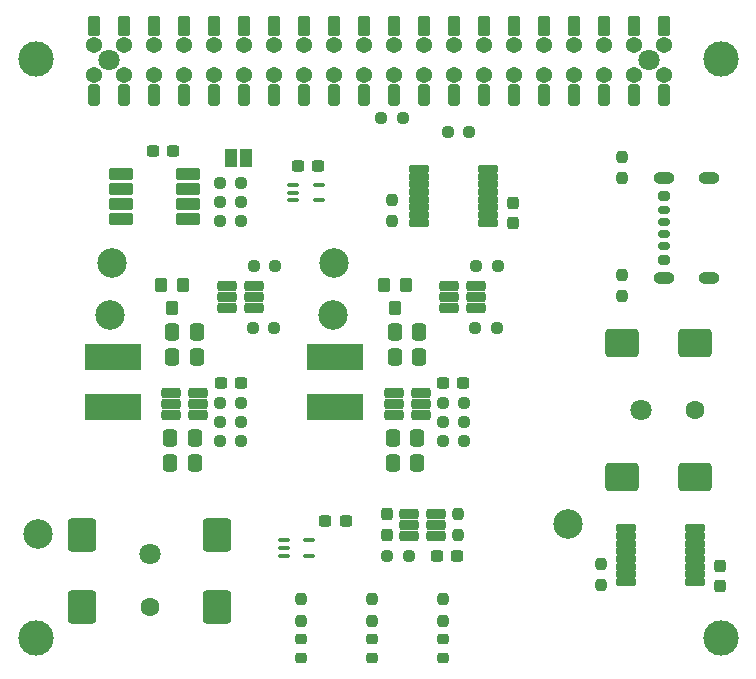
<source format=gts>
G04 #@! TF.GenerationSoftware,KiCad,Pcbnew,8.0.9-8.0.9-0~ubuntu24.04.1*
G04 #@! TF.CreationDate,2025-06-14T07:54:04+02:00*
G04 #@! TF.ProjectId,rpi_power_warden_hat,7270695f-706f-4776-9572-5f7761726465,rev?*
G04 #@! TF.SameCoordinates,Original*
G04 #@! TF.FileFunction,Soldermask,Top*
G04 #@! TF.FilePolarity,Negative*
%FSLAX46Y46*%
G04 Gerber Fmt 4.6, Leading zero omitted, Abs format (unit mm)*
G04 Created by KiCad (PCBNEW 8.0.9-8.0.9-0~ubuntu24.04.1) date 2025-06-14 07:54:04*
%MOMM*%
%LPD*%
G01*
G04 APERTURE LIST*
G04 Aperture macros list*
%AMRoundRect*
0 Rectangle with rounded corners*
0 $1 Rounding radius*
0 $2 $3 $4 $5 $6 $7 $8 $9 X,Y pos of 4 corners*
0 Add a 4 corners polygon primitive as box body*
4,1,4,$2,$3,$4,$5,$6,$7,$8,$9,$2,$3,0*
0 Add four circle primitives for the rounded corners*
1,1,$1+$1,$2,$3*
1,1,$1+$1,$4,$5*
1,1,$1+$1,$6,$7*
1,1,$1+$1,$8,$9*
0 Add four rect primitives between the rounded corners*
20,1,$1+$1,$2,$3,$4,$5,0*
20,1,$1+$1,$4,$5,$6,$7,0*
20,1,$1+$1,$6,$7,$8,$9,0*
20,1,$1+$1,$8,$9,$2,$3,0*%
G04 Aperture macros list end*
%ADD10RoundRect,0.100000X-0.375000X-0.100000X0.375000X-0.100000X0.375000X0.100000X-0.375000X0.100000X0*%
%ADD11RoundRect,0.237500X0.250000X0.237500X-0.250000X0.237500X-0.250000X-0.237500X0.250000X-0.237500X0*%
%ADD12RoundRect,0.237500X-0.250000X-0.237500X0.250000X-0.237500X0.250000X0.237500X-0.250000X0.237500X0*%
%ADD13C,2.500000*%
%ADD14RoundRect,0.250000X-0.337500X-0.475000X0.337500X-0.475000X0.337500X0.475000X-0.337500X0.475000X0*%
%ADD15RoundRect,0.237500X-0.237500X0.250000X-0.237500X-0.250000X0.237500X-0.250000X0.237500X0.250000X0*%
%ADD16RoundRect,0.218750X0.256250X-0.218750X0.256250X0.218750X-0.256250X0.218750X-0.256250X-0.218750X0*%
%ADD17RoundRect,0.237500X0.237500X-0.250000X0.237500X0.250000X-0.237500X0.250000X-0.237500X-0.250000X0*%
%ADD18RoundRect,0.197368X2.202632X-0.927632X2.202632X0.927632X-2.202632X0.927632X-2.202632X-0.927632X0*%
%ADD19RoundRect,0.275000X-0.275000X0.325000X-0.275000X-0.325000X0.275000X-0.325000X0.275000X0.325000X0*%
%ADD20RoundRect,0.225000X-0.587500X-0.225000X0.587500X-0.225000X0.587500X0.225000X-0.587500X0.225000X0*%
%ADD21RoundRect,0.237500X-0.300000X-0.237500X0.300000X-0.237500X0.300000X0.237500X-0.300000X0.237500X0*%
%ADD22RoundRect,0.175000X0.325000X-0.175000X0.325000X0.175000X-0.325000X0.175000X-0.325000X-0.175000X0*%
%ADD23RoundRect,0.200000X0.300000X-0.200000X0.300000X0.200000X-0.300000X0.200000X-0.300000X-0.200000X0*%
%ADD24O,1.800000X1.000000*%
%ADD25C,1.800000*%
%ADD26C,1.600000*%
%ADD27RoundRect,0.300000X1.100000X-0.900000X1.100000X0.900000X-1.100000X0.900000X-1.100000X-0.900000X0*%
%ADD28R,1.000000X1.500000*%
%ADD29C,3.000000*%
%ADD30C,1.370000*%
%ADD31RoundRect,0.150000X0.360000X0.740000X-0.360000X0.740000X-0.360000X-0.740000X0.360000X-0.740000X0*%
%ADD32RoundRect,0.150000X0.360000X0.705000X-0.360000X0.705000X-0.360000X-0.705000X0.360000X-0.705000X0*%
%ADD33RoundRect,0.237500X0.237500X-0.300000X0.237500X0.300000X-0.237500X0.300000X-0.237500X-0.300000X0*%
%ADD34RoundRect,0.225000X0.587500X0.225000X-0.587500X0.225000X-0.587500X-0.225000X0.587500X-0.225000X0*%
%ADD35RoundRect,0.237500X0.300000X0.237500X-0.300000X0.237500X-0.300000X-0.237500X0.300000X-0.237500X0*%
%ADD36RoundRect,0.300000X-0.900000X-1.100000X0.900000X-1.100000X0.900000X1.100000X-0.900000X1.100000X0*%
%ADD37RoundRect,0.118750X-0.906250X-0.356250X0.906250X-0.356250X0.906250X0.356250X-0.906250X0.356250X0*%
%ADD38RoundRect,0.237500X-0.237500X0.300000X-0.237500X-0.300000X0.237500X-0.300000X0.237500X0.300000X0*%
%ADD39RoundRect,0.177500X-0.702500X-0.177500X0.702500X-0.177500X0.702500X0.177500X-0.702500X0.177500X0*%
G04 APERTURE END LIST*
D10*
X152174279Y-84488321D03*
X152174279Y-85138321D03*
X152174279Y-85788321D03*
X154374279Y-85788321D03*
X154374279Y-84488321D03*
X151374279Y-114588321D03*
X151374279Y-115238321D03*
X151374279Y-115888321D03*
X153574279Y-115888321D03*
X153574279Y-114588321D03*
D11*
X166660780Y-104534121D03*
X164835780Y-104534121D03*
D12*
X159661779Y-78838321D03*
X161486779Y-78838321D03*
D13*
X130619079Y-114059121D03*
D14*
X160611059Y-105889200D03*
X162686059Y-105889200D03*
D15*
X152889279Y-119584021D03*
X152889279Y-121409021D03*
D11*
X147804679Y-87572094D03*
X145979679Y-87572094D03*
D16*
X152863879Y-124509821D03*
X152863879Y-122934821D03*
D17*
X178252079Y-118399621D03*
X178252079Y-116574621D03*
D14*
X160611059Y-108048200D03*
X162686059Y-108048200D03*
D12*
X164835780Y-106159721D03*
X166660780Y-106159721D03*
D11*
X150664579Y-91332921D03*
X148839579Y-91332921D03*
D18*
X136901479Y-103289921D03*
X136901479Y-99039921D03*
D19*
X142901479Y-92922521D03*
X141001479Y-92922521D03*
X141951479Y-94922521D03*
D13*
X155538480Y-95460721D03*
D11*
X169436580Y-96589121D03*
X167611580Y-96589121D03*
D20*
X160716759Y-102072400D03*
X160716759Y-103022400D03*
X160716759Y-103972400D03*
X162986759Y-103972400D03*
X162986759Y-103022400D03*
X162986759Y-102072400D03*
D12*
X160133879Y-115922721D03*
X161958879Y-115922721D03*
D11*
X169511180Y-91332921D03*
X167686180Y-91332921D03*
D14*
X141955379Y-99060521D03*
X144030379Y-99060521D03*
D17*
X160574279Y-87550821D03*
X160574279Y-85725821D03*
D20*
X141870158Y-102072400D03*
X141870158Y-103022400D03*
X141870158Y-103972400D03*
X144140158Y-103972400D03*
X144140158Y-103022400D03*
X144140158Y-102072400D03*
X161994400Y-112331121D03*
X161994400Y-113281121D03*
X161994400Y-114231121D03*
X164264400Y-114231121D03*
X164264400Y-113281121D03*
X164264400Y-112331121D03*
D21*
X164885780Y-101282921D03*
X166610780Y-101282921D03*
X146039179Y-101282921D03*
X147764179Y-101282921D03*
D11*
X166660780Y-102908521D03*
X164835780Y-102908521D03*
D21*
X164346900Y-115922721D03*
X166071900Y-115922721D03*
D14*
X141955379Y-96900921D03*
X144030379Y-96900921D03*
D22*
X183624279Y-88638321D03*
X183624279Y-86638321D03*
D23*
X183624279Y-85438321D03*
D22*
X183624279Y-87638321D03*
X183624279Y-89638321D03*
D23*
X183624279Y-90838321D03*
D24*
X183624279Y-92338321D03*
X187424279Y-92338321D03*
X183624279Y-83938321D03*
X187424279Y-83938321D03*
D25*
X181674279Y-103538321D03*
D26*
X186174279Y-103538321D03*
D27*
X180074279Y-109238321D03*
X186174279Y-109238321D03*
X186174279Y-97838321D03*
X180074279Y-97838321D03*
D13*
X155690880Y-91066521D03*
X175424679Y-113160721D03*
D16*
X164863879Y-124509821D03*
X164863879Y-122934821D03*
D18*
X155711759Y-103289921D03*
X155711759Y-99039921D03*
D11*
X167086779Y-80038321D03*
X165261779Y-80038321D03*
D28*
X148224279Y-82238321D03*
X146924279Y-82238321D03*
D17*
X166129400Y-114143621D03*
X166129400Y-112318621D03*
D13*
X136844279Y-91066521D03*
D16*
X158863879Y-124509821D03*
X158863879Y-122934821D03*
D29*
X130395599Y-73817001D03*
X130395599Y-122817001D03*
D25*
X136565599Y-73925001D03*
X182285599Y-73925001D03*
D29*
X188395599Y-73817001D03*
X188395599Y-122817001D03*
D30*
X135295599Y-75195001D03*
D31*
X135295599Y-76835001D03*
D32*
X135295599Y-71015001D03*
D30*
X135295599Y-72655001D03*
X137835599Y-75195001D03*
D31*
X137835599Y-76835001D03*
D32*
X137835599Y-71015001D03*
D30*
X137835599Y-72655001D03*
X140375599Y-75195001D03*
D31*
X140375599Y-76835001D03*
D32*
X140375599Y-71015001D03*
D30*
X140375599Y-72655001D03*
X142915599Y-75195001D03*
D31*
X142915599Y-76835001D03*
D32*
X142915599Y-71015001D03*
D30*
X142915599Y-72655001D03*
X145455599Y-75195001D03*
D31*
X145455599Y-76835001D03*
D32*
X145455599Y-71015001D03*
D30*
X145455599Y-72655001D03*
X147995599Y-75195001D03*
D31*
X147995599Y-76835001D03*
D32*
X147995599Y-71015001D03*
D30*
X147995599Y-72655001D03*
X150535599Y-75195001D03*
D31*
X150535599Y-76835001D03*
D32*
X150535599Y-71015001D03*
D30*
X150535599Y-72655001D03*
X153075599Y-75195001D03*
D31*
X153075599Y-76835001D03*
D32*
X153075599Y-71015001D03*
D30*
X153075599Y-72655001D03*
X155615599Y-75195001D03*
D31*
X155615599Y-76835001D03*
D32*
X155615599Y-71015001D03*
D30*
X155615599Y-72655001D03*
X158155599Y-75195001D03*
D31*
X158155599Y-76835001D03*
D32*
X158155599Y-71015001D03*
D30*
X158155599Y-72655001D03*
X160695599Y-75195001D03*
D31*
X160695599Y-76835001D03*
D32*
X160695599Y-71015001D03*
D30*
X160695599Y-72655001D03*
X163235599Y-75195001D03*
D31*
X163235599Y-76835001D03*
D32*
X163235599Y-71015001D03*
D30*
X163235599Y-72655001D03*
X165775599Y-75195001D03*
D31*
X165775599Y-76835001D03*
D32*
X165775599Y-71015001D03*
D30*
X165775599Y-72655001D03*
X168315599Y-75195001D03*
D31*
X168315599Y-76835001D03*
D32*
X168315599Y-71015001D03*
D30*
X168315599Y-72655001D03*
X170855599Y-75195001D03*
D31*
X170855599Y-76835001D03*
D32*
X170855599Y-71015001D03*
D30*
X170855599Y-72655001D03*
X173395599Y-75195001D03*
D31*
X173395599Y-76835001D03*
D32*
X173395599Y-71015001D03*
D30*
X173395599Y-72655001D03*
X175935599Y-75195001D03*
D31*
X175935599Y-76835001D03*
D32*
X175935599Y-71015001D03*
D30*
X175935599Y-72655001D03*
X178475599Y-75195001D03*
D31*
X178475599Y-76835001D03*
D32*
X178475599Y-71015001D03*
D30*
X178475599Y-72655001D03*
X181015599Y-75195001D03*
D31*
X181015599Y-76835001D03*
D32*
X181015599Y-71015001D03*
D30*
X181015599Y-72655001D03*
X183555599Y-75195001D03*
D31*
X183555599Y-76835001D03*
D32*
X183555599Y-71015001D03*
D30*
X183555599Y-72655001D03*
D33*
X170791080Y-87712221D03*
X170791080Y-85987221D03*
D34*
X148836279Y-94923321D03*
X148836279Y-93973321D03*
X148836279Y-93023321D03*
X146566279Y-93023321D03*
X146566279Y-93973321D03*
X146566279Y-94923321D03*
D15*
X164889279Y-119584021D03*
X164889279Y-121409021D03*
D12*
X145989179Y-106159721D03*
X147814179Y-106159721D03*
D15*
X158889279Y-119584021D03*
X158889279Y-121409021D03*
X180000000Y-82087500D03*
X180000000Y-83912500D03*
D14*
X160801980Y-99060521D03*
X162876980Y-99060521D03*
X160801980Y-96900921D03*
X162876980Y-96900921D03*
D35*
X156636779Y-112938321D03*
X154911779Y-112938321D03*
D25*
X140036779Y-115738321D03*
D26*
X140036779Y-120238321D03*
D36*
X134336779Y-114138321D03*
X134336779Y-120238321D03*
X145736779Y-120238321D03*
X145736779Y-114138321D03*
D11*
X147814179Y-104534121D03*
X145989179Y-104534121D03*
D35*
X142036779Y-81638321D03*
X140311779Y-81638321D03*
D37*
X137648079Y-83556494D03*
X137648079Y-84826494D03*
X137648079Y-86096494D03*
X137648079Y-87366494D03*
X143248079Y-87366494D03*
X143248079Y-86096494D03*
X143248079Y-84826494D03*
X143248079Y-83556494D03*
D11*
X147804679Y-85946094D03*
X145979679Y-85946094D03*
D38*
X160133879Y-112368621D03*
X160133879Y-114093621D03*
D11*
X147814179Y-102908521D03*
X145989179Y-102908521D03*
X150589979Y-96589121D03*
X148764979Y-96589121D03*
D33*
X188303879Y-118449621D03*
X188303879Y-116724621D03*
D14*
X141764458Y-105889200D03*
X143839458Y-105889200D03*
D17*
X180000000Y-93912500D03*
X180000000Y-92087500D03*
D21*
X152608958Y-82924194D03*
X154333958Y-82924194D03*
D39*
X180373279Y-113562121D03*
X180373279Y-114212121D03*
X180373279Y-114862121D03*
X180373279Y-115512121D03*
X180373279Y-116162121D03*
X180373279Y-116812121D03*
X180373279Y-117462121D03*
X180373279Y-118112121D03*
X186173279Y-118112121D03*
X186173279Y-117462121D03*
X186173279Y-116812121D03*
X186173279Y-116162121D03*
X186173279Y-115512121D03*
X186173279Y-114862121D03*
X186173279Y-114212121D03*
X186173279Y-113562121D03*
D34*
X167682880Y-94923321D03*
X167682880Y-93973321D03*
X167682880Y-93023321D03*
X165412880Y-93023321D03*
X165412880Y-93973321D03*
X165412880Y-94923321D03*
D14*
X141764458Y-108048200D03*
X143839458Y-108048200D03*
D13*
X136691879Y-95460721D03*
D39*
X162860480Y-83124721D03*
X162860480Y-83774721D03*
X162860480Y-84424721D03*
X162860480Y-85074721D03*
X162860480Y-85724721D03*
X162860480Y-86374721D03*
X162860480Y-87024721D03*
X162860480Y-87674721D03*
X168660480Y-87674721D03*
X168660480Y-87024721D03*
X168660480Y-86374721D03*
X168660480Y-85724721D03*
X168660480Y-85074721D03*
X168660480Y-84424721D03*
X168660480Y-83774721D03*
X168660480Y-83124721D03*
D11*
X147804679Y-84320094D03*
X145979679Y-84320094D03*
D19*
X161748080Y-92922521D03*
X159848080Y-92922521D03*
X160798080Y-94922521D03*
M02*

</source>
